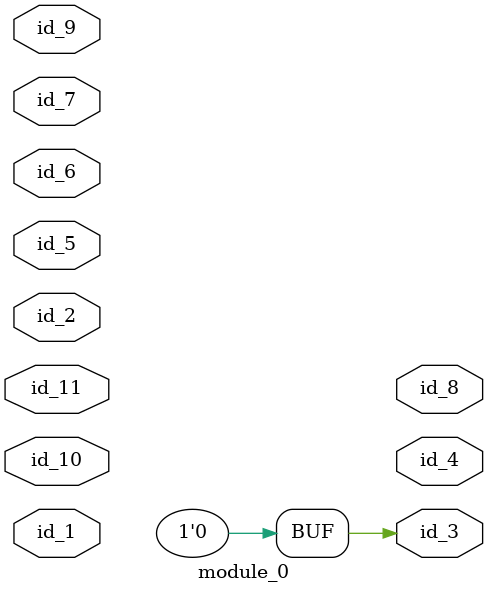
<source format=v>
module module_0 (
    id_1,
    id_2,
    id_3,
    id_4,
    id_5,
    id_6,
    id_7,
    id_8,
    id_9,
    id_10,
    id_11
);
  inout wire id_11;
  input wire id_10;
  input wire id_9;
  output wire id_8;
  inout wire id_7;
  inout wire id_6;
  inout wire id_5;
  output wire id_4;
  output wire id_3;
  inout wire id_2;
  input wire id_1;
  localparam id_12 = 1;
  wire id_13;
  assign id_3 = -1'b0;
  assign id_3 = -1;
  localparam id_14 = -1;
endmodule
module module_1;
  wire id_2;
  assign id_1 = id_2;
  assign id_1 = id_1;
  module_0 modCall_1 (
      id_2,
      id_1,
      id_1,
      id_2,
      id_2,
      id_1,
      id_2,
      id_2,
      id_2,
      id_2,
      id_1
  );
endmodule

</source>
